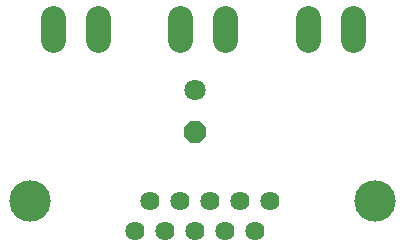
<source format=gbs>
G75*
G70*
%OFA0B0*%
%FSLAX24Y24*%
%IPPOS*%
%LPD*%
%AMOC8*
5,1,8,0,0,1.08239X$1,22.5*
%
%ADD10C,0.1379*%
%ADD11C,0.0640*%
%ADD12C,0.0830*%
%ADD13OC8,0.0710*%
%ADD14C,0.0710*%
D10*
X002274Y002274D03*
X013774Y002274D03*
D11*
X010274Y002274D03*
X009274Y002274D03*
X008274Y002274D03*
X007274Y002274D03*
X006274Y002274D03*
X005774Y001274D03*
X006774Y001274D03*
X007774Y001274D03*
X008774Y001274D03*
X009774Y001274D03*
D12*
X008774Y007649D02*
X008774Y008399D01*
X007274Y008399D02*
X007274Y007649D01*
X004524Y007649D02*
X004524Y008399D01*
X003024Y008399D02*
X003024Y007649D01*
X011524Y007649D02*
X011524Y008399D01*
X013024Y008399D02*
X013024Y007649D01*
D13*
X007774Y004574D03*
D14*
X007774Y005974D03*
M02*

</source>
